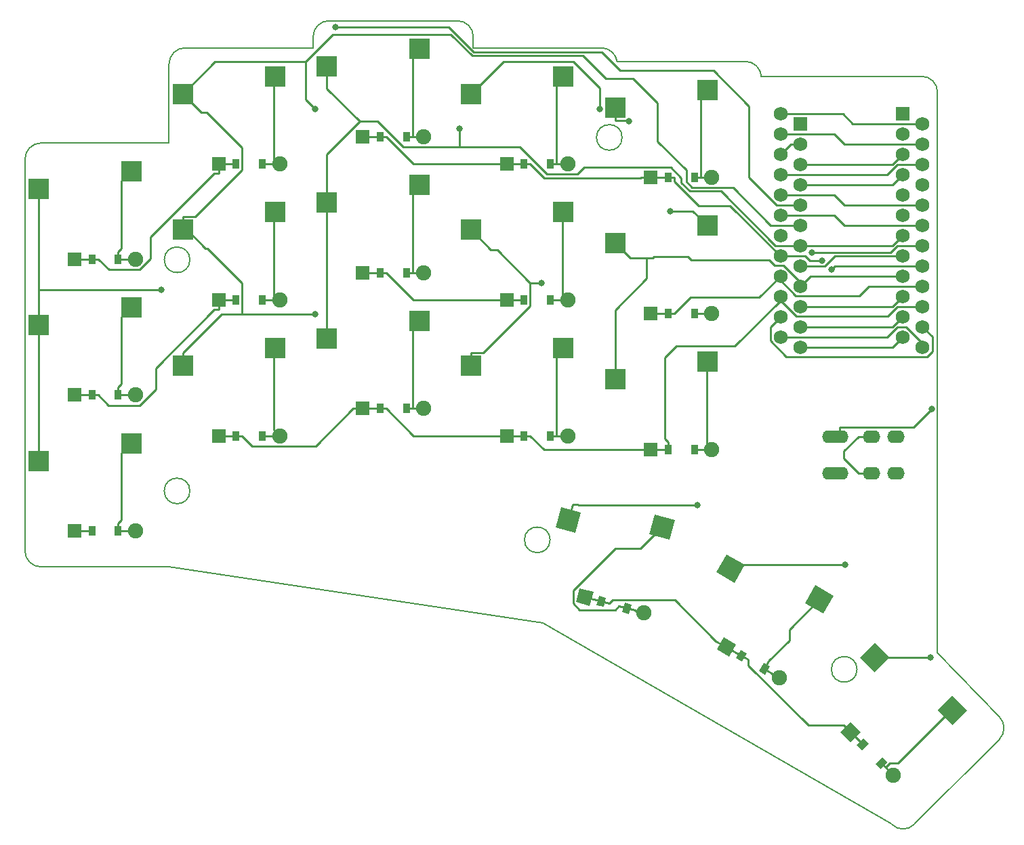
<source format=gbr>
G04 #@! TF.GenerationSoftware,KiCad,Pcbnew,5.1.5+dfsg1-2build2*
G04 #@! TF.CreationDate,2021-09-10T19:33:11+00:00*
G04 #@! TF.ProjectId,main-routed,6d61696e-2d72-46f7-9574-65642e6b6963,VERSION_HERE*
G04 #@! TF.SameCoordinates,Original*
G04 #@! TF.FileFunction,Copper,L1,Top*
G04 #@! TF.FilePolarity,Positive*
%FSLAX46Y46*%
G04 Gerber Fmt 4.6, Leading zero omitted, Abs format (unit mm)*
G04 Created by KiCad (PCBNEW 5.1.5+dfsg1-2build2) date 2021-09-10 19:33:11*
%MOMM*%
%LPD*%
G04 APERTURE LIST*
G04 #@! TA.AperFunction,Profile*
%ADD10C,0.150000*%
G04 #@! TD*
G04 #@! TA.AperFunction,SMDPad,CuDef*
%ADD11R,2.600000X2.600000*%
G04 #@! TD*
G04 #@! TA.AperFunction,SMDPad,CuDef*
%ADD12R,0.900000X1.200000*%
G04 #@! TD*
G04 #@! TA.AperFunction,ComponentPad*
%ADD13C,1.905000*%
G04 #@! TD*
G04 #@! TA.AperFunction,ComponentPad*
%ADD14R,1.778000X1.778000*%
G04 #@! TD*
G04 #@! TA.AperFunction,SMDPad,CuDef*
%ADD15C,0.350000*%
G04 #@! TD*
G04 #@! TA.AperFunction,ComponentPad*
%ADD16C,0.350000*%
G04 #@! TD*
G04 #@! TA.AperFunction,ComponentPad*
%ADD17R,1.752600X1.752600*%
G04 #@! TD*
G04 #@! TA.AperFunction,ComponentPad*
%ADD18C,1.752600*%
G04 #@! TD*
G04 #@! TA.AperFunction,ComponentPad*
%ADD19O,2.200000X1.600000*%
G04 #@! TD*
G04 #@! TA.AperFunction,ViaPad*
%ADD20C,0.800000*%
G04 #@! TD*
G04 #@! TA.AperFunction,Conductor*
%ADD21C,0.250000*%
G04 #@! TD*
G04 APERTURE END LIST*
D10*
X10000000Y-9500000D02*
X26000000Y-9500000D01*
X8000000Y-7500000D02*
X8000000Y41500000D01*
X10000000Y-9500000D02*
G75*
G02X8000000Y-7500000I0J2000000D01*
G01*
X26000000Y43500000D02*
X10000000Y43500000D01*
X8000000Y41500000D02*
G75*
G02X10000000Y43500000I2000000J0D01*
G01*
X44000000Y55400000D02*
X28000000Y55400000D01*
X26000000Y53400000D02*
G75*
G02X28000000Y55400000I2000000J0D01*
G01*
X26000000Y53400000D02*
X26000000Y43500000D01*
X64000000Y55400000D02*
X64000000Y56800000D01*
X62000000Y58800000D02*
G75*
G02X64000000Y56800000I0J-2000000D01*
G01*
X62000000Y58800000D02*
X46000000Y58800000D01*
X44000000Y56800000D02*
G75*
G02X46000000Y58800000I2000000J0D01*
G01*
X44000000Y56800000D02*
X44000000Y55400000D01*
X80000000Y55400000D02*
G75*
G02X81977391Y53699872I0J-2000000D01*
G01*
X80000000Y55400000D02*
X64000000Y55400000D01*
X98000000Y53700000D02*
G75*
G02X99994367Y51850000I0J-2000000D01*
G01*
X98000000Y53700000D02*
X82000000Y53700000D01*
X81977391Y53699872D02*
G75*
G02X82000000Y53700000I22609J-1999872D01*
G01*
X119117258Y-41686664D02*
G75*
G02X116288831Y-41686665I-1414214J1414213D01*
G01*
X119117258Y-41686665D02*
X129723860Y-31080063D01*
X129723859Y-28251636D02*
G75*
G02X129723860Y-31080063I-1414213J-1414214D01*
G01*
X122000000Y-20208734D02*
X129723860Y-28251636D01*
X116288831Y-41686665D02*
X72707107Y-16524745D01*
X72707107Y-16524745D02*
X26000000Y-9500000D01*
X122000000Y-20208734D02*
X122000000Y49850000D01*
X120000000Y51850000D02*
G75*
G02X122000000Y49850000I0J-2000000D01*
G01*
X120000000Y51850000D02*
X99994367Y51850000D01*
X28600000Y28900000D02*
G75*
G03X28600000Y28900000I-1600000J0D01*
G01*
X28600000Y0D02*
G75*
G03X28600000Y0I-1600000J0D01*
G01*
X82600000Y44200000D02*
G75*
G03X82600000Y44200000I-1600000J0D01*
G01*
X73600000Y-6120000D02*
G75*
G03X73600000Y-6120000I-1600000J0D01*
G01*
X111949134Y-22311939D02*
G75*
G03X111949134Y-22311939I-1600000J0D01*
G01*
D11*
G04 #@! TO.P,S1,1*
G04 #@! TO.N,pinky_bottom*
X21275000Y5950000D03*
G04 #@! TO.P,S1,2*
G04 #@! TO.N,P21*
X9725000Y3750000D03*
G04 #@! TD*
D12*
G04 #@! TO.P,D1,1*
G04 #@! TO.N,P7*
X16350000Y-5000000D03*
G04 #@! TO.P,D1,2*
G04 #@! TO.N,pinky_bottom*
X19650000Y-5000000D03*
D13*
G04 #@! TO.P,D1,1*
X21810000Y-5000000D03*
D14*
G04 #@! TO.P,D1,2*
G04 #@! TO.N,P7*
X14190000Y-5000000D03*
G04 #@! TD*
D11*
G04 #@! TO.P,S2,1*
G04 #@! TO.N,pinky_home*
X21275000Y22950000D03*
G04 #@! TO.P,S2,2*
G04 #@! TO.N,P21*
X9725000Y20750000D03*
G04 #@! TD*
D12*
G04 #@! TO.P,D2,1*
G04 #@! TO.N,P6*
X16350000Y12000000D03*
G04 #@! TO.P,D2,2*
G04 #@! TO.N,pinky_home*
X19650000Y12000000D03*
D13*
G04 #@! TO.P,D2,1*
X21810000Y12000000D03*
D14*
G04 #@! TO.P,D2,2*
G04 #@! TO.N,P6*
X14190000Y12000000D03*
G04 #@! TD*
D11*
G04 #@! TO.P,S3,1*
G04 #@! TO.N,pinky_top*
X21275000Y39950000D03*
G04 #@! TO.P,S3,2*
G04 #@! TO.N,P21*
X9725000Y37750000D03*
G04 #@! TD*
D12*
G04 #@! TO.P,D3,1*
G04 #@! TO.N,P5*
X16350000Y29000000D03*
G04 #@! TO.P,D3,2*
G04 #@! TO.N,pinky_top*
X19650000Y29000000D03*
D13*
G04 #@! TO.P,D3,1*
X21810000Y29000000D03*
D14*
G04 #@! TO.P,D3,2*
G04 #@! TO.N,P5*
X14190000Y29000000D03*
G04 #@! TD*
D11*
G04 #@! TO.P,S4,1*
G04 #@! TO.N,ring_bottom*
X39275000Y17850000D03*
G04 #@! TO.P,S4,2*
G04 #@! TO.N,P20*
X27725000Y15650000D03*
G04 #@! TD*
D12*
G04 #@! TO.P,D4,1*
G04 #@! TO.N,P7*
X34350000Y6900000D03*
G04 #@! TO.P,D4,2*
G04 #@! TO.N,ring_bottom*
X37650000Y6900000D03*
D13*
G04 #@! TO.P,D4,1*
X39810000Y6900000D03*
D14*
G04 #@! TO.P,D4,2*
G04 #@! TO.N,P7*
X32190000Y6900000D03*
G04 #@! TD*
D11*
G04 #@! TO.P,S5,1*
G04 #@! TO.N,ring_home*
X39275000Y34850000D03*
G04 #@! TO.P,S5,2*
G04 #@! TO.N,P20*
X27725000Y32650000D03*
G04 #@! TD*
D12*
G04 #@! TO.P,D5,1*
G04 #@! TO.N,P6*
X34350000Y23900000D03*
G04 #@! TO.P,D5,2*
G04 #@! TO.N,ring_home*
X37650000Y23900000D03*
D13*
G04 #@! TO.P,D5,1*
X39810000Y23900000D03*
D14*
G04 #@! TO.P,D5,2*
G04 #@! TO.N,P6*
X32190000Y23900000D03*
G04 #@! TD*
D11*
G04 #@! TO.P,S6,1*
G04 #@! TO.N,ring_top*
X39275000Y51850000D03*
G04 #@! TO.P,S6,2*
G04 #@! TO.N,P20*
X27725000Y49650000D03*
G04 #@! TD*
D12*
G04 #@! TO.P,D6,1*
G04 #@! TO.N,P5*
X34350000Y40900000D03*
G04 #@! TO.P,D6,2*
G04 #@! TO.N,ring_top*
X37650000Y40900000D03*
D13*
G04 #@! TO.P,D6,1*
X39810000Y40900000D03*
D14*
G04 #@! TO.P,D6,2*
G04 #@! TO.N,P5*
X32190000Y40900000D03*
G04 #@! TD*
D11*
G04 #@! TO.P,S7,1*
G04 #@! TO.N,middle_bottom*
X57275000Y21250000D03*
G04 #@! TO.P,S7,2*
G04 #@! TO.N,P19*
X45725000Y19050000D03*
G04 #@! TD*
D12*
G04 #@! TO.P,D7,1*
G04 #@! TO.N,P7*
X52350000Y10300000D03*
G04 #@! TO.P,D7,2*
G04 #@! TO.N,middle_bottom*
X55650000Y10300000D03*
D13*
G04 #@! TO.P,D7,1*
X57810000Y10300000D03*
D14*
G04 #@! TO.P,D7,2*
G04 #@! TO.N,P7*
X50190000Y10300000D03*
G04 #@! TD*
D11*
G04 #@! TO.P,S8,1*
G04 #@! TO.N,middle_home*
X57275000Y38250000D03*
G04 #@! TO.P,S8,2*
G04 #@! TO.N,P19*
X45725000Y36050000D03*
G04 #@! TD*
D12*
G04 #@! TO.P,D8,1*
G04 #@! TO.N,P6*
X52350000Y27300000D03*
G04 #@! TO.P,D8,2*
G04 #@! TO.N,middle_home*
X55650000Y27300000D03*
D13*
G04 #@! TO.P,D8,1*
X57810000Y27300000D03*
D14*
G04 #@! TO.P,D8,2*
G04 #@! TO.N,P6*
X50190000Y27300000D03*
G04 #@! TD*
D11*
G04 #@! TO.P,S9,1*
G04 #@! TO.N,middle_top*
X57275000Y55250000D03*
G04 #@! TO.P,S9,2*
G04 #@! TO.N,P19*
X45725000Y53050000D03*
G04 #@! TD*
D12*
G04 #@! TO.P,D9,1*
G04 #@! TO.N,P5*
X52350000Y44300000D03*
G04 #@! TO.P,D9,2*
G04 #@! TO.N,middle_top*
X55650000Y44300000D03*
D13*
G04 #@! TO.P,D9,1*
X57810000Y44300000D03*
D14*
G04 #@! TO.P,D9,2*
G04 #@! TO.N,P5*
X50190000Y44300000D03*
G04 #@! TD*
D11*
G04 #@! TO.P,S10,1*
G04 #@! TO.N,index_bottom*
X75275000Y17850000D03*
G04 #@! TO.P,S10,2*
G04 #@! TO.N,P18*
X63725000Y15650000D03*
G04 #@! TD*
D12*
G04 #@! TO.P,D10,1*
G04 #@! TO.N,P7*
X70350000Y6900000D03*
G04 #@! TO.P,D10,2*
G04 #@! TO.N,index_bottom*
X73650000Y6900000D03*
D13*
G04 #@! TO.P,D10,1*
X75810000Y6900000D03*
D14*
G04 #@! TO.P,D10,2*
G04 #@! TO.N,P7*
X68190000Y6900000D03*
G04 #@! TD*
D11*
G04 #@! TO.P,S11,1*
G04 #@! TO.N,index_home*
X75275000Y34850000D03*
G04 #@! TO.P,S11,2*
G04 #@! TO.N,P18*
X63725000Y32650000D03*
G04 #@! TD*
D12*
G04 #@! TO.P,D11,1*
G04 #@! TO.N,P6*
X70350000Y23900000D03*
G04 #@! TO.P,D11,2*
G04 #@! TO.N,index_home*
X73650000Y23900000D03*
D13*
G04 #@! TO.P,D11,1*
X75810000Y23900000D03*
D14*
G04 #@! TO.P,D11,2*
G04 #@! TO.N,P6*
X68190000Y23900000D03*
G04 #@! TD*
D11*
G04 #@! TO.P,S12,1*
G04 #@! TO.N,index_top*
X75275000Y51850000D03*
G04 #@! TO.P,S12,2*
G04 #@! TO.N,P18*
X63725000Y49650000D03*
G04 #@! TD*
D12*
G04 #@! TO.P,D12,1*
G04 #@! TO.N,P5*
X70350000Y40900000D03*
G04 #@! TO.P,D12,2*
G04 #@! TO.N,index_top*
X73650000Y40900000D03*
D13*
G04 #@! TO.P,D12,1*
X75810000Y40900000D03*
D14*
G04 #@! TO.P,D12,2*
G04 #@! TO.N,P5*
X68190000Y40900000D03*
G04 #@! TD*
D11*
G04 #@! TO.P,S13,1*
G04 #@! TO.N,inner_bottom*
X93275000Y16150000D03*
G04 #@! TO.P,S13,2*
G04 #@! TO.N,P15*
X81725000Y13950000D03*
G04 #@! TD*
D12*
G04 #@! TO.P,D13,1*
G04 #@! TO.N,P7*
X88350000Y5200000D03*
G04 #@! TO.P,D13,2*
G04 #@! TO.N,inner_bottom*
X91650000Y5200000D03*
D13*
G04 #@! TO.P,D13,1*
X93810000Y5200000D03*
D14*
G04 #@! TO.P,D13,2*
G04 #@! TO.N,P7*
X86190000Y5200000D03*
G04 #@! TD*
D11*
G04 #@! TO.P,S14,1*
G04 #@! TO.N,inner_home*
X93275000Y33150000D03*
G04 #@! TO.P,S14,2*
G04 #@! TO.N,P15*
X81725000Y30950000D03*
G04 #@! TD*
D12*
G04 #@! TO.P,D14,1*
G04 #@! TO.N,P6*
X88350000Y22200000D03*
G04 #@! TO.P,D14,2*
G04 #@! TO.N,inner_home*
X91650000Y22200000D03*
D13*
G04 #@! TO.P,D14,1*
X93810000Y22200000D03*
D14*
G04 #@! TO.P,D14,2*
G04 #@! TO.N,P6*
X86190000Y22200000D03*
G04 #@! TD*
D11*
G04 #@! TO.P,S15,1*
G04 #@! TO.N,inner_top*
X93275000Y50150000D03*
G04 #@! TO.P,S15,2*
G04 #@! TO.N,P15*
X81725000Y47950000D03*
G04 #@! TD*
D12*
G04 #@! TO.P,D15,1*
G04 #@! TO.N,P5*
X88350000Y39200000D03*
G04 #@! TO.P,D15,2*
G04 #@! TO.N,inner_top*
X91650000Y39200000D03*
D13*
G04 #@! TO.P,D15,1*
X93810000Y39200000D03*
D14*
G04 #@! TO.P,D15,2*
G04 #@! TO.N,P5*
X86190000Y39200000D03*
G04 #@! TD*
G04 #@! TA.AperFunction,SMDPad,CuDef*
D15*
G04 #@! TO.P,S16,1*
G04 #@! TO.N,near_thumb*
G36*
X86004512Y-5438613D02*
G01*
X86677441Y-2927206D01*
X89188848Y-3600135D01*
X88515919Y-6111542D01*
X86004512Y-5438613D01*
G37*
G04 #@! TD.AperFunction*
G04 #@! TA.AperFunction,SMDPad,CuDef*
G04 #@! TO.P,S16,2*
G04 #@! TO.N,P19*
G36*
X74278667Y-4574290D02*
G01*
X74951596Y-2062883D01*
X77463003Y-2735812D01*
X76790074Y-5247219D01*
X74278667Y-4574290D01*
G37*
G04 #@! TD.AperFunction*
G04 #@! TD*
G04 #@! TA.AperFunction,SMDPad,CuDef*
G04 #@! TO.P,D16,1*
G04 #@! TO.N,P4*
G36*
X79415464Y-14284637D02*
G01*
X79726047Y-13125526D01*
X80595380Y-13358463D01*
X80284797Y-14517574D01*
X79415464Y-14284637D01*
G37*
G04 #@! TD.AperFunction*
G04 #@! TA.AperFunction,SMDPad,CuDef*
G04 #@! TO.P,D16,2*
G04 #@! TO.N,near_thumb*
G36*
X82603020Y-15138737D02*
G01*
X82913603Y-13979626D01*
X83782936Y-14212563D01*
X83472353Y-15371674D01*
X82603020Y-15138737D01*
G37*
G04 #@! TD.AperFunction*
D13*
G04 #@! TO.P,D16,1*
X85279377Y-15234702D03*
G04 #@! TA.AperFunction,ComponentPad*
D16*
G04 #@! TO.P,D16,2*
G04 #@! TO.N,P4*
G36*
X76830225Y-13891116D02*
G01*
X77290405Y-12173700D01*
X79007821Y-12633880D01*
X78547641Y-14351296D01*
X76830225Y-13891116D01*
G37*
G04 #@! TD.AperFunction*
G04 #@! TD*
G04 #@! TA.AperFunction,SMDPad,CuDef*
D15*
G04 #@! TO.P,S17,1*
G04 #@! TO.N,home_thumb*
G36*
X105466400Y-14057982D02*
G01*
X106766400Y-11806316D01*
X109018066Y-13106316D01*
X107718066Y-15357982D01*
X105466400Y-14057982D01*
G37*
G04 #@! TD.AperFunction*
G04 #@! TA.AperFunction,SMDPad,CuDef*
G04 #@! TO.P,S17,2*
G04 #@! TO.N,P18*
G36*
X94363807Y-10188238D02*
G01*
X95663807Y-7936572D01*
X97915473Y-9236572D01*
X96615473Y-11488238D01*
X94363807Y-10188238D01*
G37*
G04 #@! TD.AperFunction*
G04 #@! TD*
G04 #@! TA.AperFunction,SMDPad,CuDef*
G04 #@! TO.P,D17,1*
G04 #@! TO.N,P4*
G36*
X96812247Y-20897315D02*
G01*
X97412247Y-19858085D01*
X98191669Y-20308085D01*
X97591669Y-21347315D01*
X96812247Y-20897315D01*
G37*
G04 #@! TD.AperFunction*
G04 #@! TA.AperFunction,SMDPad,CuDef*
G04 #@! TO.P,D17,2*
G04 #@! TO.N,home_thumb*
G36*
X99670131Y-22547315D02*
G01*
X100270131Y-21508085D01*
X101049553Y-21958085D01*
X100449553Y-22997315D01*
X99670131Y-22547315D01*
G37*
G04 #@! TD.AperFunction*
D13*
G04 #@! TO.P,D17,1*
X102230457Y-23332700D03*
G04 #@! TA.AperFunction,ComponentPad*
D16*
G04 #@! TO.P,D17,2*
G04 #@! TO.N,P4*
G36*
X94416946Y-19848097D02*
G01*
X95305946Y-18308303D01*
X96845740Y-19197303D01*
X95956740Y-20737097D01*
X94416946Y-19848097D01*
G37*
G04 #@! TD.AperFunction*
G04 #@! TD*
G04 #@! TA.AperFunction,SMDPad,CuDef*
D15*
G04 #@! TO.P,S18,1*
G04 #@! TO.N,far_thumb*
G36*
X122033582Y-27420789D02*
G01*
X123872060Y-25582311D01*
X125710538Y-27420789D01*
X123872060Y-29259267D01*
X122033582Y-27420789D01*
G37*
G04 #@! TD.AperFunction*
G04 #@! TA.AperFunction,SMDPad,CuDef*
G04 #@! TO.P,S18,2*
G04 #@! TO.N,P15*
G36*
X112310864Y-20809341D02*
G01*
X114149342Y-18970863D01*
X115987820Y-20809341D01*
X114149342Y-22647819D01*
X112310864Y-20809341D01*
G37*
G04 #@! TD.AperFunction*
G04 #@! TD*
G04 #@! TA.AperFunction,SMDPad,CuDef*
G04 #@! TO.P,D18,1*
G04 #@! TO.N,P4*
G36*
X111904812Y-31787140D02*
G01*
X112753340Y-30938612D01*
X113389736Y-31575008D01*
X112541208Y-32423536D01*
X111904812Y-31787140D01*
G37*
G04 #@! TD.AperFunction*
G04 #@! TA.AperFunction,SMDPad,CuDef*
G04 #@! TO.P,D18,2*
G04 #@! TO.N,far_thumb*
G36*
X114238264Y-34120592D02*
G01*
X115086792Y-33272064D01*
X115723188Y-33908460D01*
X114874660Y-34756988D01*
X114238264Y-34120592D01*
G37*
G04 #@! TD.AperFunction*
D13*
G04 #@! TO.P,D18,1*
X116508077Y-35541877D03*
G04 #@! TA.AperFunction,ComponentPad*
D16*
G04 #@! TO.P,D18,2*
G04 #@! TO.N,P4*
G36*
X109862687Y-30153723D02*
G01*
X111119923Y-28896487D01*
X112377159Y-30153723D01*
X111119923Y-31410959D01*
X109862687Y-30153723D01*
G37*
G04 #@! TD.AperFunction*
G04 #@! TD*
D17*
G04 #@! TO.P,MCU1,1*
G04 #@! TO.N,RAW*
X117620000Y47170000D03*
D18*
G04 #@! TO.P,MCU1,2*
G04 #@! TO.N,GND*
X117620000Y44630000D03*
G04 #@! TO.P,MCU1,3*
G04 #@! TO.N,RST*
X117620000Y42090000D03*
G04 #@! TO.P,MCU1,4*
G04 #@! TO.N,VCC*
X117620000Y39550000D03*
G04 #@! TO.P,MCU1,5*
G04 #@! TO.N,P21*
X117620000Y37010000D03*
G04 #@! TO.P,MCU1,6*
G04 #@! TO.N,P20*
X117620000Y34470000D03*
G04 #@! TO.P,MCU1,7*
G04 #@! TO.N,P19*
X117620000Y31930000D03*
G04 #@! TO.P,MCU1,8*
G04 #@! TO.N,P18*
X117620000Y29390000D03*
G04 #@! TO.P,MCU1,9*
G04 #@! TO.N,P15*
X117620000Y26850000D03*
G04 #@! TO.P,MCU1,10*
G04 #@! TO.N,P14*
X117620000Y24310000D03*
G04 #@! TO.P,MCU1,11*
G04 #@! TO.N,P16*
X117620000Y21770000D03*
G04 #@! TO.P,MCU1,12*
G04 #@! TO.N,P10*
X117620000Y19230000D03*
G04 #@! TO.P,MCU1,13*
G04 #@! TO.N,P1*
X102380000Y47170000D03*
G04 #@! TO.P,MCU1,14*
G04 #@! TO.N,P0*
X102380000Y44630000D03*
G04 #@! TO.P,MCU1,15*
G04 #@! TO.N,GND*
X102380000Y42090000D03*
G04 #@! TO.P,MCU1,16*
X102380000Y39550000D03*
G04 #@! TO.P,MCU1,17*
G04 #@! TO.N,P2*
X102380000Y37010000D03*
G04 #@! TO.P,MCU1,18*
G04 #@! TO.N,P3*
X102380000Y34470000D03*
G04 #@! TO.P,MCU1,19*
G04 #@! TO.N,P4*
X102380000Y31930000D03*
G04 #@! TO.P,MCU1,20*
G04 #@! TO.N,P5*
X102380000Y29390000D03*
G04 #@! TO.P,MCU1,21*
G04 #@! TO.N,P6*
X102380000Y26850000D03*
G04 #@! TO.P,MCU1,22*
G04 #@! TO.N,P7*
X102380000Y24310000D03*
G04 #@! TO.P,MCU1,23*
G04 #@! TO.N,P8*
X102380000Y21770000D03*
G04 #@! TO.P,MCU1,24*
G04 #@! TO.N,P9*
X102380000Y19230000D03*
G04 #@! TD*
D17*
G04 #@! TO.P,MCU2,1*
G04 #@! TO.N,RAW*
X104880000Y45920000D03*
D18*
G04 #@! TO.P,MCU2,2*
G04 #@! TO.N,GND*
X104880000Y43380000D03*
G04 #@! TO.P,MCU2,3*
G04 #@! TO.N,RST*
X104880000Y40840000D03*
G04 #@! TO.P,MCU2,4*
G04 #@! TO.N,VCC*
X104880000Y38300000D03*
G04 #@! TO.P,MCU2,5*
G04 #@! TO.N,P21*
X104880000Y35760000D03*
G04 #@! TO.P,MCU2,6*
G04 #@! TO.N,P20*
X104880000Y33220000D03*
G04 #@! TO.P,MCU2,7*
G04 #@! TO.N,P19*
X104880000Y30680000D03*
G04 #@! TO.P,MCU2,8*
G04 #@! TO.N,P18*
X104880000Y28140000D03*
G04 #@! TO.P,MCU2,9*
G04 #@! TO.N,P15*
X104880000Y25600000D03*
G04 #@! TO.P,MCU2,10*
G04 #@! TO.N,P14*
X104880000Y23060000D03*
G04 #@! TO.P,MCU2,11*
G04 #@! TO.N,P16*
X104880000Y20520000D03*
G04 #@! TO.P,MCU2,12*
G04 #@! TO.N,P10*
X104880000Y17980000D03*
G04 #@! TO.P,MCU2,13*
G04 #@! TO.N,P1*
X120120000Y45920000D03*
G04 #@! TO.P,MCU2,14*
G04 #@! TO.N,P0*
X120120000Y43380000D03*
G04 #@! TO.P,MCU2,15*
G04 #@! TO.N,GND*
X120120000Y40840000D03*
G04 #@! TO.P,MCU2,16*
X120120000Y38300000D03*
G04 #@! TO.P,MCU2,17*
G04 #@! TO.N,P2*
X120120000Y35760000D03*
G04 #@! TO.P,MCU2,18*
G04 #@! TO.N,P3*
X120120000Y33220000D03*
G04 #@! TO.P,MCU2,19*
G04 #@! TO.N,P4*
X120120000Y30680000D03*
G04 #@! TO.P,MCU2,20*
G04 #@! TO.N,P5*
X120120000Y28140000D03*
G04 #@! TO.P,MCU2,21*
G04 #@! TO.N,P6*
X120120000Y25600000D03*
G04 #@! TO.P,MCU2,22*
G04 #@! TO.N,P7*
X120120000Y23060000D03*
G04 #@! TO.P,MCU2,23*
G04 #@! TO.N,P8*
X120120000Y20520000D03*
G04 #@! TO.P,MCU2,24*
G04 #@! TO.N,P9*
X120120000Y17980000D03*
G04 #@! TD*
D19*
G04 #@! TO.P,REF\002A\002A,1*
G04 #@! TO.N,P0*
X108700000Y2200000D03*
G04 #@! TO.P,REF\002A\002A,2*
X109800000Y6800000D03*
G04 #@! TO.P,REF\002A\002A,3*
G04 #@! TO.N,GND*
X113800000Y6800000D03*
G04 #@! TO.P,REF\002A\002A,4*
G04 #@! TO.N,VCC*
X116800000Y6800000D03*
G04 #@! TO.P,REF\002A\002A,1*
G04 #@! TO.N,P0*
X108700000Y6800000D03*
G04 #@! TO.P,REF\002A\002A,2*
X109800000Y2200000D03*
G04 #@! TO.P,REF\002A\002A,3*
G04 #@! TO.N,GND*
X113800000Y2200000D03*
G04 #@! TO.P,REF\002A\002A,4*
G04 #@! TO.N,VCC*
X116800000Y2200000D03*
G04 #@! TD*
D20*
G04 #@! TO.N,P21*
X46810500Y58023200D03*
X25006600Y25180500D03*
G04 #@! TO.N,P5*
X107611300Y28809400D03*
X108749800Y27669200D03*
G04 #@! TO.N,P20*
X44275000Y47730800D03*
X44275000Y22097100D03*
G04 #@! TO.N,P19*
X62275000Y45267300D03*
X92019800Y-1797300D03*
G04 #@! TO.N,P18*
X110472400Y-9264100D03*
X72561000Y26031800D03*
X79794600Y47739300D03*
G04 #@! TO.N,P15*
X83453800Y46217000D03*
X121164200Y-20809300D03*
G04 #@! TO.N,inner_home*
X88573200Y34998200D03*
G04 #@! TO.N,P4*
X106271300Y29841700D03*
G04 #@! TO.N,P0*
X121335400Y10211400D03*
G04 #@! TD*
D21*
G04 #@! TO.N,pinky_bottom*
X19650000Y-5000000D02*
X19650000Y-4074700D01*
X21275000Y5950000D02*
X20074900Y4749900D01*
X20074900Y4749900D02*
X20074900Y-3649800D01*
X20074900Y-3649800D02*
X19650000Y-4074700D01*
X21810000Y-5000000D02*
X19650000Y-5000000D01*
G04 #@! TO.N,P21*
X104880000Y35760000D02*
X101914300Y35760000D01*
X101914300Y35760000D02*
X98467000Y39207300D01*
X98467000Y39207300D02*
X98467000Y48070400D01*
X98467000Y48070400D02*
X93997300Y52540100D01*
X93997300Y52540100D02*
X82385600Y52540100D01*
X82385600Y52540100D02*
X80050300Y54875400D01*
X80050300Y54875400D02*
X64038400Y54875400D01*
X64038400Y54875400D02*
X60890600Y58023200D01*
X60890600Y58023200D02*
X46810500Y58023200D01*
X9725000Y25180500D02*
X25006600Y25180500D01*
X9725000Y25180500D02*
X9725000Y20750000D01*
X9725000Y37750000D02*
X9725000Y25180500D01*
X9725000Y20750000D02*
X9725000Y3750000D01*
G04 #@! TO.N,P7*
X50190000Y10300000D02*
X48975700Y10300000D01*
X48975700Y10300000D02*
X44290500Y5614800D01*
X44290500Y5614800D02*
X36410500Y5614800D01*
X36410500Y5614800D02*
X35125300Y6900000D01*
X52350000Y10300000D02*
X50190000Y10300000D01*
X34350000Y6900000D02*
X35125300Y6900000D01*
X102380000Y23823200D02*
X102380000Y24310000D01*
X120120000Y23060000D02*
X117006900Y23060000D01*
X117006900Y23060000D02*
X115796300Y21849400D01*
X115796300Y21849400D02*
X104353800Y21849400D01*
X104353800Y21849400D02*
X102380000Y23823200D01*
X102380000Y23823200D02*
X96649100Y18092300D01*
X96649100Y18092300D02*
X89353800Y18092300D01*
X89353800Y18092300D02*
X87933100Y16671600D01*
X87933100Y16671600D02*
X87933100Y6542200D01*
X87933100Y6542200D02*
X88350000Y6125300D01*
X88350000Y5200000D02*
X88350000Y6125300D01*
X14190000Y-5000000D02*
X16350000Y-5000000D01*
X34350000Y6900000D02*
X32190000Y6900000D01*
X52350000Y10300000D02*
X53125300Y10300000D01*
X68190000Y6900000D02*
X56525300Y6900000D01*
X56525300Y6900000D02*
X53125300Y10300000D01*
X70350000Y6900000D02*
X68190000Y6900000D01*
X70350000Y6900000D02*
X71125300Y6900000D01*
X86190000Y5200000D02*
X72825300Y5200000D01*
X72825300Y5200000D02*
X71125300Y6900000D01*
X88350000Y5200000D02*
X86190000Y5200000D01*
G04 #@! TO.N,pinky_home*
X19650000Y12000000D02*
X19650000Y12925300D01*
X21275000Y22950000D02*
X20074400Y21749400D01*
X20074400Y21749400D02*
X20074400Y13349700D01*
X20074400Y13349700D02*
X19650000Y12925300D01*
X21810000Y12000000D02*
X19650000Y12000000D01*
G04 #@! TO.N,P6*
X32190000Y23900000D02*
X32190000Y22685700D01*
X32190000Y22685700D02*
X31658700Y22685700D01*
X31658700Y22685700D02*
X24325000Y15352000D01*
X24325000Y15352000D02*
X24325000Y12707600D01*
X24325000Y12707600D02*
X22328900Y10711500D01*
X22328900Y10711500D02*
X18413800Y10711500D01*
X18413800Y10711500D02*
X17125300Y12000000D01*
X34350000Y23900000D02*
X32190000Y23900000D01*
X16350000Y12000000D02*
X17125300Y12000000D01*
X14190000Y12000000D02*
X16350000Y12000000D01*
X102117400Y26587400D02*
X102380000Y26850000D01*
X89125300Y22200000D02*
X91111600Y24186300D01*
X91111600Y24186300D02*
X99716300Y24186300D01*
X99716300Y24186300D02*
X102117400Y26587400D01*
X102117400Y26587400D02*
X104315000Y24389800D01*
X104315000Y24389800D02*
X112232200Y24389800D01*
X112232200Y24389800D02*
X113442400Y25600000D01*
X113442400Y25600000D02*
X120120000Y25600000D01*
X52350000Y27300000D02*
X50190000Y27300000D01*
X52350000Y27300000D02*
X53125300Y27300000D01*
X68190000Y23900000D02*
X56525300Y23900000D01*
X56525300Y23900000D02*
X53125300Y27300000D01*
X70350000Y23900000D02*
X68190000Y23900000D01*
X88350000Y22200000D02*
X86190000Y22200000D01*
X88350000Y22200000D02*
X89125300Y22200000D01*
G04 #@! TO.N,pinky_top*
X19650000Y29000000D02*
X19650000Y29925300D01*
X21275000Y39950000D02*
X20074400Y38749400D01*
X20074400Y38749400D02*
X20074400Y30349700D01*
X20074400Y30349700D02*
X19650000Y29925300D01*
X21810000Y29000000D02*
X19650000Y29000000D01*
G04 #@! TO.N,P5*
X120120000Y28140000D02*
X109220600Y28140000D01*
X109220600Y28140000D02*
X108749800Y27669200D01*
X107611300Y28809400D02*
X106078200Y28809400D01*
X106078200Y28809400D02*
X105497600Y29390000D01*
X105497600Y29390000D02*
X102380000Y29390000D01*
X89125300Y39200000D02*
X89125300Y38722600D01*
X89125300Y38722600D02*
X92178100Y35669800D01*
X92178100Y35669800D02*
X96100200Y35669800D01*
X96100200Y35669800D02*
X102380000Y29390000D01*
X86190000Y39200000D02*
X84975700Y39200000D01*
X71125300Y40900000D02*
X72881600Y39143700D01*
X72881600Y39143700D02*
X84919400Y39143700D01*
X84919400Y39143700D02*
X84975700Y39200000D01*
X16350000Y29000000D02*
X17125300Y29000000D01*
X32190000Y40900000D02*
X32190000Y39685700D01*
X32190000Y39685700D02*
X31658700Y39685700D01*
X31658700Y39685700D02*
X23690500Y31717500D01*
X23690500Y31717500D02*
X23690500Y29060500D01*
X23690500Y29060500D02*
X22288000Y27658000D01*
X22288000Y27658000D02*
X18467300Y27658000D01*
X18467300Y27658000D02*
X17125300Y29000000D01*
X34350000Y40900000D02*
X32190000Y40900000D01*
X70350000Y40900000D02*
X71125300Y40900000D01*
X88350000Y39200000D02*
X86190000Y39200000D01*
X14190000Y29000000D02*
X16350000Y29000000D01*
X52350000Y44300000D02*
X50190000Y44300000D01*
X52350000Y44300000D02*
X53125300Y44300000D01*
X68190000Y40900000D02*
X56525300Y40900000D01*
X56525300Y40900000D02*
X53125300Y44300000D01*
X70350000Y40900000D02*
X68190000Y40900000D01*
X88350000Y39200000D02*
X89125300Y39200000D01*
G04 #@! TO.N,ring_bottom*
X39275000Y17850000D02*
X39121100Y17696100D01*
X39121100Y17696100D02*
X39121100Y7588900D01*
X39121100Y7588900D02*
X39810000Y6900000D01*
X39810000Y6900000D02*
X37650000Y6900000D01*
G04 #@! TO.N,P20*
X43096000Y53683900D02*
X43096000Y48909800D01*
X43096000Y48909800D02*
X44275000Y47730800D01*
X104880000Y33220000D02*
X101158300Y33220000D01*
X101158300Y33220000D02*
X96456200Y37922100D01*
X96456200Y37922100D02*
X91358700Y37922100D01*
X91358700Y37922100D02*
X90615300Y38665500D01*
X90615300Y38665500D02*
X90615300Y40120300D01*
X90615300Y40120300D02*
X87031400Y43704200D01*
X87031400Y43704200D02*
X87031400Y48500100D01*
X87031400Y48500100D02*
X83947600Y51583900D01*
X83947600Y51583900D02*
X80544400Y51583900D01*
X80544400Y51583900D02*
X77703200Y54425100D01*
X77703200Y54425100D02*
X63851700Y54425100D01*
X63851700Y54425100D02*
X61200000Y57076800D01*
X61200000Y57076800D02*
X46488900Y57076800D01*
X46488900Y57076800D02*
X43096000Y53683900D01*
X27725000Y49650000D02*
X31758900Y53683900D01*
X31758900Y53683900D02*
X43096000Y53683900D01*
X35125400Y22097100D02*
X32546800Y22097100D01*
X32546800Y22097100D02*
X27725000Y17275300D01*
X27725000Y33156100D02*
X30542200Y30338900D01*
X30542200Y30338900D02*
X30818300Y30338900D01*
X30818300Y30338900D02*
X35125400Y26031800D01*
X35125400Y26031800D02*
X35125400Y22097100D01*
X35125400Y22097100D02*
X44275000Y22097100D01*
X27725000Y49650000D02*
X30036100Y47338900D01*
X30036100Y47338900D02*
X30740700Y47338900D01*
X30740700Y47338900D02*
X35125400Y42954200D01*
X35125400Y42954200D02*
X35125400Y40105100D01*
X35125400Y40105100D02*
X29295600Y34275300D01*
X29295600Y34275300D02*
X27725000Y34275300D01*
X27725000Y15650000D02*
X27725000Y17275300D01*
X27725000Y33156100D02*
X27725000Y34275300D01*
X27725000Y32650000D02*
X27725000Y33156100D01*
G04 #@! TO.N,ring_home*
X39121100Y23900000D02*
X37650000Y23900000D01*
X39810000Y23900000D02*
X39121100Y23900000D01*
X39275000Y34850000D02*
X39121100Y34696100D01*
X39121100Y34696100D02*
X39121100Y23900000D01*
G04 #@! TO.N,ring_top*
X39121100Y40900000D02*
X37650000Y40900000D01*
X39810000Y40900000D02*
X39121100Y40900000D01*
X39275000Y51850000D02*
X39121100Y51696100D01*
X39121100Y51696100D02*
X39121100Y40900000D01*
G04 #@! TO.N,middle_bottom*
X57810000Y10300000D02*
X56425300Y10300000D01*
X55650000Y10300000D02*
X56425300Y10300000D01*
X57275000Y21250000D02*
X56425300Y20400300D01*
X56425300Y20400300D02*
X56425300Y10300000D01*
G04 #@! TO.N,P19*
X62275000Y42978100D02*
X69782400Y42978100D01*
X69782400Y42978100D02*
X73166500Y39594000D01*
X73166500Y39594000D02*
X77031500Y39594000D01*
X77031500Y39594000D02*
X77875500Y40438000D01*
X77875500Y40438000D02*
X88683700Y40438000D01*
X88683700Y40438000D02*
X90005700Y39116000D01*
X90005700Y39116000D02*
X90005700Y38558700D01*
X90005700Y38558700D02*
X91092600Y37471800D01*
X91092600Y37471800D02*
X94935100Y37471800D01*
X94935100Y37471800D02*
X101726900Y30680000D01*
X101726900Y30680000D02*
X104880000Y30680000D01*
X49830700Y46216300D02*
X52005400Y46216300D01*
X52005400Y46216300D02*
X55243600Y42978100D01*
X55243600Y42978100D02*
X62275000Y42978100D01*
X62275000Y42978100D02*
X62275000Y45267300D01*
X45725000Y53050000D02*
X45725000Y50322000D01*
X45725000Y50322000D02*
X49830700Y46216300D01*
X49830700Y46216300D02*
X45725000Y42110600D01*
X45725000Y42110600D02*
X45725000Y36050000D01*
X45725000Y36050000D02*
X45725000Y19050000D01*
X76404200Y-1664400D02*
X77020100Y-1664400D01*
X77020100Y-1664400D02*
X77153000Y-1797300D01*
X77153000Y-1797300D02*
X92019800Y-1797300D01*
X75870800Y-3655100D02*
X76404200Y-1664400D01*
X104880000Y30680000D02*
X116370000Y30680000D01*
X116370000Y30680000D02*
X117620000Y31930000D01*
G04 #@! TO.N,middle_home*
X57810000Y27300000D02*
X56425300Y27300000D01*
X55650000Y27300000D02*
X56425300Y27300000D01*
X57275000Y38250000D02*
X56425300Y37400300D01*
X56425300Y37400300D02*
X56425300Y27300000D01*
G04 #@! TO.N,middle_top*
X57810000Y44300000D02*
X56425300Y44300000D01*
X55650000Y44300000D02*
X56425300Y44300000D01*
X57275000Y55250000D02*
X56425300Y54400300D01*
X56425300Y54400300D02*
X56425300Y44300000D01*
G04 #@! TO.N,index_bottom*
X75810000Y6900000D02*
X74425300Y6900000D01*
X73650000Y6900000D02*
X74425300Y6900000D01*
X75275000Y17850000D02*
X74425300Y17000300D01*
X74425300Y17000300D02*
X74425300Y6900000D01*
G04 #@! TO.N,P18*
X104880000Y28140000D02*
X104935900Y28084100D01*
X104935900Y28084100D02*
X107911800Y28084100D01*
X107911800Y28084100D02*
X109217700Y29390000D01*
X109217700Y29390000D02*
X117620000Y29390000D01*
X96139600Y-9712400D02*
X96587900Y-9264100D01*
X96587900Y-9264100D02*
X110472400Y-9264100D01*
X72561000Y26031800D02*
X71125400Y26031800D01*
X71125400Y26031800D02*
X71125400Y23152000D01*
X71125400Y23152000D02*
X65248700Y17275300D01*
X65248700Y17275300D02*
X63725000Y17275300D01*
X63725000Y32650000D02*
X66203000Y30172000D01*
X66203000Y30172000D02*
X66985200Y30172000D01*
X66985200Y30172000D02*
X71125400Y26031800D01*
X63725000Y49650000D02*
X67763600Y53688600D01*
X67763600Y53688600D02*
X76507900Y53688600D01*
X76507900Y53688600D02*
X79794600Y50401900D01*
X79794600Y50401900D02*
X79794600Y47739300D01*
X63725000Y15650000D02*
X63725000Y17275300D01*
G04 #@! TO.N,index_home*
X75275000Y34850000D02*
X75121100Y34696100D01*
X75121100Y34696100D02*
X75121100Y24588900D01*
X75121100Y24588900D02*
X75810000Y23900000D01*
X75810000Y23900000D02*
X73650000Y23900000D01*
G04 #@! TO.N,index_top*
X75810000Y40900000D02*
X74425300Y40900000D01*
X73650000Y40900000D02*
X74425300Y40900000D01*
X75275000Y51850000D02*
X74425300Y51000300D01*
X74425300Y51000300D02*
X74425300Y40900000D01*
G04 #@! TO.N,inner_bottom*
X93159300Y5200000D02*
X91650000Y5200000D01*
X93810000Y5200000D02*
X93159300Y5200000D01*
X93159300Y5200000D02*
X93159300Y16034300D01*
X93159300Y16034300D02*
X93275000Y16150000D01*
G04 #@! TO.N,P15*
X104880000Y25600000D02*
X106130000Y26850000D01*
X106130000Y26850000D02*
X117620000Y26850000D01*
X83453800Y46217000D02*
X83346100Y46324700D01*
X83346100Y46324700D02*
X81725000Y46324700D01*
X81725000Y47950000D02*
X81725000Y46324700D01*
X85682500Y29097900D02*
X86384300Y29097900D01*
X86384300Y29097900D02*
X86552400Y29266000D01*
X86552400Y29266000D02*
X90818900Y29266000D01*
X90818900Y29266000D02*
X91218900Y28866000D01*
X91218900Y28866000D02*
X100951200Y28866000D01*
X100951200Y28866000D02*
X101628800Y28188400D01*
X101628800Y28188400D02*
X102769200Y28188400D01*
X102769200Y28188400D02*
X104880000Y26077600D01*
X104880000Y26077600D02*
X104880000Y25600000D01*
X81725000Y30950000D02*
X83577100Y29097900D01*
X83577100Y29097900D02*
X85682500Y29097900D01*
X81725000Y13950000D02*
X81725000Y22638600D01*
X81725000Y22638600D02*
X85682500Y26596100D01*
X85682500Y26596100D02*
X85682500Y29097900D01*
X114149300Y-20809300D02*
X121164200Y-20809300D01*
G04 #@! TO.N,inner_home*
X93275000Y33150000D02*
X91426800Y34998200D01*
X91426800Y34998200D02*
X88573200Y34998200D01*
X93810000Y22200000D02*
X91650000Y22200000D01*
G04 #@! TO.N,inner_top*
X92425300Y39200000D02*
X93810000Y39200000D01*
X91650000Y39200000D02*
X92425300Y39200000D01*
X93275000Y50150000D02*
X92425300Y49300300D01*
X92425300Y49300300D02*
X92425300Y39200000D01*
G04 #@! TO.N,near_thumb*
X83193000Y-14675700D02*
X82204500Y-14410800D01*
X87596700Y-4519400D02*
X84913300Y-7202800D01*
X84913300Y-7202800D02*
X81729400Y-7202800D01*
X81729400Y-7202800D02*
X76475100Y-12457100D01*
X76475100Y-12457100D02*
X76475100Y-14088000D01*
X76475100Y-14088000D02*
X77274400Y-14887300D01*
X77274400Y-14887300D02*
X81728100Y-14887300D01*
X81728100Y-14887300D02*
X82204500Y-14410900D01*
X82204500Y-14410900D02*
X82204500Y-14410800D01*
X83193000Y-14675700D02*
X84181400Y-14940500D01*
X85279400Y-15234700D02*
X84475500Y-15234700D01*
X84475500Y-15234700D02*
X84181400Y-14940600D01*
X84181400Y-14940600D02*
X84181400Y-14940500D01*
G04 #@! TO.N,P4*
X120120000Y30680000D02*
X117006900Y30680000D01*
X117006900Y30680000D02*
X116168600Y29841700D01*
X116168600Y29841700D02*
X106271300Y29841700D01*
X80005400Y-13821500D02*
X80993900Y-14086400D01*
X80993900Y-14086400D02*
X80993900Y-14086300D01*
X80993900Y-14086300D02*
X81446100Y-13634100D01*
X81446100Y-13634100D02*
X89179200Y-13634100D01*
X89179200Y-13634100D02*
X94297900Y-18752800D01*
X79406300Y-13661000D02*
X79844900Y-13661000D01*
X79844900Y-13661000D02*
X80005400Y-13821500D01*
X95631300Y-19522700D02*
X94297900Y-18752800D01*
X95631300Y-19522700D02*
X96964700Y-20292600D01*
X96964700Y-20292600D02*
X97274800Y-20602700D01*
X97274800Y-20602700D02*
X97502000Y-20602700D01*
X111119900Y-30153700D02*
X110261300Y-29295100D01*
X110261300Y-29295100D02*
X105880700Y-29295100D01*
X105880700Y-29295100D02*
X98388000Y-21802400D01*
X98388000Y-21802400D02*
X98388000Y-21114400D01*
X98388000Y-21114400D02*
X98388100Y-21114300D01*
X112647300Y-31681100D02*
X111119900Y-30153700D01*
X97502000Y-20602700D02*
X98388100Y-21114300D01*
X77919000Y-13262500D02*
X79406300Y-13661000D01*
G04 #@! TO.N,home_thumb*
X100359800Y-22252700D02*
X100926400Y-21271400D01*
X107242200Y-13582100D02*
X103475100Y-17349200D01*
X103475100Y-17349200D02*
X103475100Y-18722700D01*
X103475100Y-18722700D02*
X100926400Y-21271400D01*
X100359800Y-22252700D02*
X101246000Y-22764300D01*
X102230500Y-23332700D02*
X101814400Y-23332700D01*
X101814400Y-23332700D02*
X101246000Y-22764300D01*
G04 #@! TO.N,far_thumb*
X115529000Y-34562700D02*
X116508100Y-35541900D01*
X114980700Y-34014500D02*
X115529000Y-34562700D01*
X123872100Y-27420800D02*
X123653900Y-27420800D01*
X123653900Y-27420800D02*
X117060200Y-34014500D01*
X117060200Y-34014500D02*
X116077200Y-34014500D01*
X116077200Y-34014500D02*
X115529000Y-34562700D01*
G04 #@! TO.N,GND*
X102380000Y39550000D02*
X115716900Y39550000D01*
X115716900Y39550000D02*
X117006900Y40840000D01*
X117006900Y40840000D02*
X120120000Y40840000D01*
X104880000Y43380000D02*
X103670000Y43380000D01*
X103670000Y43380000D02*
X102380000Y42090000D01*
X113800000Y2200000D02*
X112149200Y2200000D01*
X112149200Y2200000D02*
X110315400Y4033800D01*
X110315400Y4033800D02*
X110315400Y4976900D01*
X110315400Y4976900D02*
X112138500Y6800000D01*
X112138500Y6800000D02*
X113800000Y6800000D01*
G04 #@! TO.N,RST*
X104880000Y40840000D02*
X116370000Y40840000D01*
X116370000Y40840000D02*
X117620000Y42090000D01*
G04 #@! TO.N,VCC*
X104880000Y38300000D02*
X116370000Y38300000D01*
X116370000Y38300000D02*
X117620000Y39550000D01*
G04 #@! TO.N,P14*
X104880000Y23060000D02*
X116370000Y23060000D01*
X116370000Y23060000D02*
X117620000Y24310000D01*
G04 #@! TO.N,P16*
X117620000Y21770000D02*
X116370000Y20520000D01*
X116370000Y20520000D02*
X104880000Y20520000D01*
G04 #@! TO.N,P10*
X104880000Y17980000D02*
X116370000Y17980000D01*
X116370000Y17980000D02*
X117620000Y19230000D01*
G04 #@! TO.N,P1*
X120120000Y45920000D02*
X111418000Y45920000D01*
X111418000Y45920000D02*
X110168000Y47170000D01*
X110168000Y47170000D02*
X102380000Y47170000D01*
G04 #@! TO.N,P0*
X109800000Y6800000D02*
X109800000Y7925300D01*
X109800000Y7925300D02*
X119049300Y7925300D01*
X119049300Y7925300D02*
X121335400Y10211400D01*
X108700000Y6800000D02*
X109800000Y6800000D01*
X120120000Y43380000D02*
X110347700Y43380000D01*
X110347700Y43380000D02*
X109097700Y44630000D01*
X109097700Y44630000D02*
X102380000Y44630000D01*
X109800000Y2200000D02*
X108700000Y2200000D01*
G04 #@! TO.N,P2*
X120120000Y35760000D02*
X110347700Y35760000D01*
X110347700Y35760000D02*
X109097700Y37010000D01*
X109097700Y37010000D02*
X102380000Y37010000D01*
G04 #@! TO.N,P3*
X120120000Y33220000D02*
X110347700Y33220000D01*
X110347700Y33220000D02*
X109097700Y34470000D01*
X109097700Y34470000D02*
X102380000Y34470000D01*
G04 #@! TO.N,P8*
X120120000Y20520000D02*
X121365200Y19274800D01*
X121365200Y19274800D02*
X121365200Y17428500D01*
X121365200Y17428500D02*
X120693600Y16756900D01*
X120693600Y16756900D02*
X103127700Y16756900D01*
X103127700Y16756900D02*
X101125300Y18759300D01*
X101125300Y18759300D02*
X101125300Y20515300D01*
X101125300Y20515300D02*
X102380000Y21770000D01*
G04 #@! TO.N,P9*
X102380000Y19230000D02*
X115716900Y19230000D01*
X115716900Y19230000D02*
X116986900Y20500000D01*
X116986900Y20500000D02*
X118081000Y20500000D01*
X118081000Y20500000D02*
X120120000Y18461000D01*
X120120000Y18461000D02*
X120120000Y17980000D01*
G04 #@! TD*
M02*

</source>
